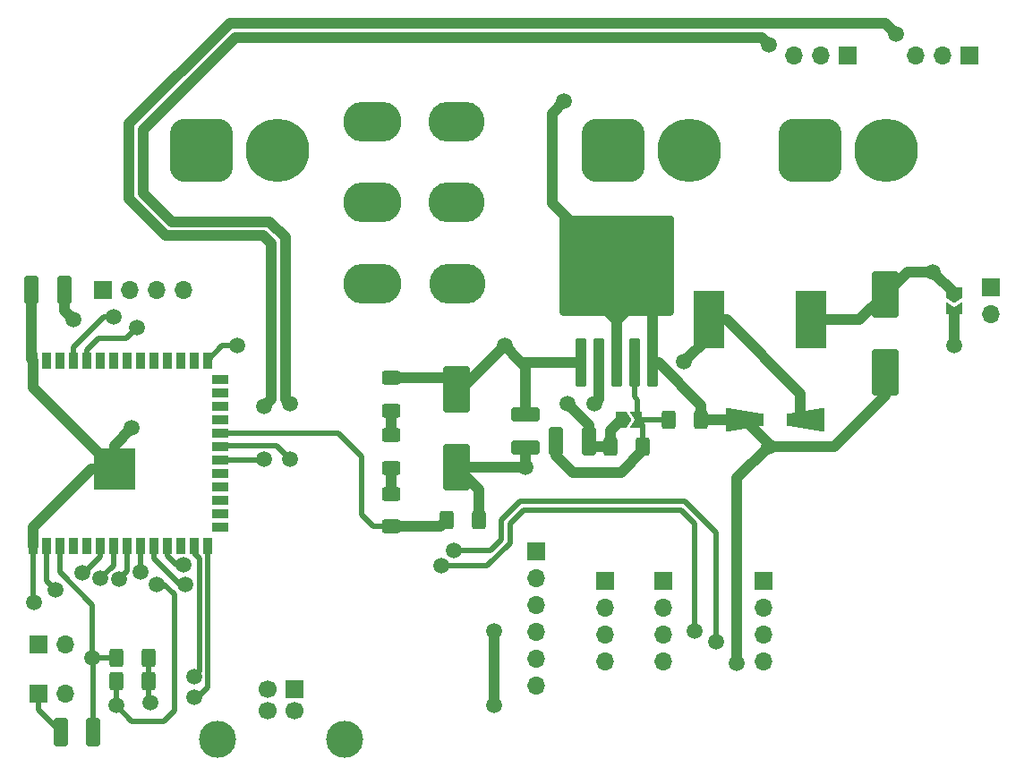
<source format=gbr>
%TF.GenerationSoftware,KiCad,Pcbnew,9.0.2*%
%TF.CreationDate,2025-05-21T10:53:00+02:00*%
%TF.ProjectId,OpenMoverPlatform,4f70656e-4d6f-4766-9572-506c6174666f,rev?*%
%TF.SameCoordinates,Original*%
%TF.FileFunction,Copper,L1,Top*%
%TF.FilePolarity,Positive*%
%FSLAX46Y46*%
G04 Gerber Fmt 4.6, Leading zero omitted, Abs format (unit mm)*
G04 Created by KiCad (PCBNEW 9.0.2) date 2025-05-21 10:53:00*
%MOMM*%
%LPD*%
G01*
G04 APERTURE LIST*
G04 Aperture macros list*
%AMRoundRect*
0 Rectangle with rounded corners*
0 $1 Rounding radius*
0 $2 $3 $4 $5 $6 $7 $8 $9 X,Y pos of 4 corners*
0 Add a 4 corners polygon primitive as box body*
4,1,4,$2,$3,$4,$5,$6,$7,$8,$9,$2,$3,0*
0 Add four circle primitives for the rounded corners*
1,1,$1+$1,$2,$3*
1,1,$1+$1,$4,$5*
1,1,$1+$1,$6,$7*
1,1,$1+$1,$8,$9*
0 Add four rect primitives between the rounded corners*
20,1,$1+$1,$2,$3,$4,$5,0*
20,1,$1+$1,$4,$5,$6,$7,0*
20,1,$1+$1,$6,$7,$8,$9,0*
20,1,$1+$1,$8,$9,$2,$3,0*%
%AMOutline4P*
0 Free polygon, 4 corners , with rotation*
0 The origin of the aperture is its center*
0 number of corners: always 4*
0 $1 to $8 corner X, Y*
0 $9 Rotation angle, in degrees counterclockwise*
0 create outline with 4 corners*
4,1,4,$1,$2,$3,$4,$5,$6,$7,$8,$1,$2,$9*%
%AMFreePoly0*
4,1,6,1.000000,0.000000,0.500000,-0.750000,-0.500000,-0.750000,-0.500000,0.750000,0.500000,0.750000,1.000000,0.000000,1.000000,0.000000,$1*%
%AMFreePoly1*
4,1,6,0.500000,-0.750000,-0.650000,-0.750000,-0.150000,0.000000,-0.650000,0.750000,0.500000,0.750000,0.500000,-0.750000,0.500000,-0.750000,$1*%
G04 Aperture macros list end*
%TA.AperFunction,SMDPad,CuDef*%
%ADD10FreePoly0,0.000000*%
%TD*%
%TA.AperFunction,SMDPad,CuDef*%
%ADD11FreePoly1,0.000000*%
%TD*%
%TA.AperFunction,SMDPad,CuDef*%
%ADD12RoundRect,0.250000X-1.000000X1.950000X-1.000000X-1.950000X1.000000X-1.950000X1.000000X1.950000X0*%
%TD*%
%TA.AperFunction,ComponentPad*%
%ADD13R,1.700000X1.700000*%
%TD*%
%TA.AperFunction,ComponentPad*%
%ADD14O,1.700000X1.700000*%
%TD*%
%TA.AperFunction,SMDPad,CuDef*%
%ADD15RoundRect,0.250000X0.400000X0.625000X-0.400000X0.625000X-0.400000X-0.625000X0.400000X-0.625000X0*%
%TD*%
%TA.AperFunction,SMDPad,CuDef*%
%ADD16R,2.900000X5.400000*%
%TD*%
%TA.AperFunction,ComponentPad*%
%ADD17RoundRect,1.500000X-1.500000X-1.500000X1.500000X-1.500000X1.500000X1.500000X-1.500000X1.500000X0*%
%TD*%
%TA.AperFunction,ComponentPad*%
%ADD18C,6.000000*%
%TD*%
%TA.AperFunction,SMDPad,CuDef*%
%ADD19RoundRect,0.250000X-0.400000X-0.625000X0.400000X-0.625000X0.400000X0.625000X-0.400000X0.625000X0*%
%TD*%
%TA.AperFunction,SMDPad,CuDef*%
%ADD20RoundRect,0.250000X-0.625000X0.400000X-0.625000X-0.400000X0.625000X-0.400000X0.625000X0.400000X0*%
%TD*%
%TA.AperFunction,SMDPad,CuDef*%
%ADD21RoundRect,0.250000X0.412500X1.100000X-0.412500X1.100000X-0.412500X-1.100000X0.412500X-1.100000X0*%
%TD*%
%TA.AperFunction,ComponentPad*%
%ADD22O,5.500000X3.800000*%
%TD*%
%TA.AperFunction,ComponentPad*%
%ADD23O,5.300000X3.800000*%
%TD*%
%TA.AperFunction,ComponentPad*%
%ADD24C,1.700000*%
%TD*%
%TA.AperFunction,ComponentPad*%
%ADD25C,3.500000*%
%TD*%
%TA.AperFunction,SMDPad,CuDef*%
%ADD26RoundRect,0.250000X-1.100000X0.412500X-1.100000X-0.412500X1.100000X-0.412500X1.100000X0.412500X0*%
%TD*%
%TA.AperFunction,SMDPad,CuDef*%
%ADD27RoundRect,0.250000X0.300000X-2.050000X0.300000X2.050000X-0.300000X2.050000X-0.300000X-2.050000X0*%
%TD*%
%TA.AperFunction,SMDPad,CuDef*%
%ADD28RoundRect,0.250000X2.375000X-2.025000X2.375000X2.025000X-2.375000X2.025000X-2.375000X-2.025000X0*%
%TD*%
%TA.AperFunction,SMDPad,CuDef*%
%ADD29RoundRect,0.250002X5.149998X-4.449998X5.149998X4.449998X-5.149998X4.449998X-5.149998X-4.449998X0*%
%TD*%
%TA.AperFunction,SMDPad,CuDef*%
%ADD30Outline4P,-1.800000X-1.150000X1.800000X-0.550000X1.800000X0.550000X-1.800000X1.150000X180.000000*%
%TD*%
%TA.AperFunction,SMDPad,CuDef*%
%ADD31Outline4P,-1.800000X-1.150000X1.800000X-0.550000X1.800000X0.550000X-1.800000X1.150000X0.000000*%
%TD*%
%TA.AperFunction,SMDPad,CuDef*%
%ADD32R,0.900000X1.500000*%
%TD*%
%TA.AperFunction,SMDPad,CuDef*%
%ADD33R,1.500000X0.900000*%
%TD*%
%TA.AperFunction,SMDPad,CuDef*%
%ADD34R,3.900000X3.900000*%
%TD*%
%TA.AperFunction,SMDPad,CuDef*%
%ADD35FreePoly0,270.000000*%
%TD*%
%TA.AperFunction,SMDPad,CuDef*%
%ADD36FreePoly1,270.000000*%
%TD*%
%TA.AperFunction,SMDPad,CuDef*%
%ADD37RoundRect,0.250000X-0.412500X-1.100000X0.412500X-1.100000X0.412500X1.100000X-0.412500X1.100000X0*%
%TD*%
%TA.AperFunction,ViaPad*%
%ADD38C,1.500000*%
%TD*%
%TA.AperFunction,Conductor*%
%ADD39C,1.000000*%
%TD*%
%TA.AperFunction,Conductor*%
%ADD40C,0.500000*%
%TD*%
G04 APERTURE END LIST*
D10*
%TO.P,JP1,1,A*%
%TO.N,Net-(JP1-A)*%
X183550000Y-69500000D03*
D11*
%TO.P,JP1,2,B*%
%TO.N,Net-(JP1-B)*%
X185000000Y-69500000D03*
%TD*%
D12*
%TO.P,C2,1*%
%TO.N,+BATT*%
X168000000Y-66600000D03*
%TO.P,C2,2*%
%TO.N,GND*%
X168000000Y-74000000D03*
%TD*%
D13*
%TO.P,J5,1,Pin_1*%
%TO.N,+3V3*%
X187500000Y-84700000D03*
D14*
%TO.P,J5,2,Pin_2*%
%TO.N,IO7_SDA*%
X187500000Y-87240000D03*
%TO.P,J5,3,Pin_3*%
%TO.N,IO6_SCL*%
X187500000Y-89780000D03*
%TO.P,J5,4,Pin_4*%
%TO.N,GND*%
X187500000Y-92320000D03*
%TD*%
D15*
%TO.P,R8,1*%
%TO.N,+3V3*%
X138850000Y-94250000D03*
%TO.P,R8,2*%
%TO.N,IO0*%
X135750000Y-94250000D03*
%TD*%
D13*
%TO.P,JP4,1,A*%
%TO.N,GND*%
X128460000Y-90750000D03*
D14*
%TO.P,JP4,2,B*%
%TO.N,EN*%
X131000000Y-90750000D03*
%TD*%
D16*
%TO.P,L1,1,1*%
%TO.N,Net-(D1-K)*%
X191800000Y-60000000D03*
%TO.P,L1,2,2*%
%TO.N,Net-(JP1-A)*%
X201500000Y-60000000D03*
%TD*%
D17*
%TO.P,J2,1,Pin_1*%
%TO.N,GND*%
X182800000Y-44000000D03*
D18*
%TO.P,J2,2,Pin_2*%
%TO.N,Net-(J2-Pin_2)*%
X190000000Y-44000000D03*
%TD*%
D19*
%TO.P,R4,1*%
%TO.N,IO14_BatADC*%
X167000000Y-79000000D03*
%TO.P,R4,2*%
%TO.N,GND*%
X170100000Y-79000000D03*
%TD*%
D20*
%TO.P,R1,1*%
%TO.N,+BATT*%
X161750000Y-65500000D03*
%TO.P,R1,2*%
%TO.N,Net-(R1-Pad2)*%
X161750000Y-68600000D03*
%TD*%
D21*
%TO.P,C5,1*%
%TO.N,EN*%
X133625000Y-99000000D03*
%TO.P,C5,2*%
%TO.N,GND*%
X130500000Y-99000000D03*
%TD*%
D13*
%TO.P,J7,1,Pin_1*%
%TO.N,unconnected-(J7-Pin_1-Pad1)*%
X205000000Y-35000000D03*
D14*
%TO.P,J7,2,Pin_2*%
%TO.N,GND*%
X202460000Y-35000000D03*
%TO.P,J7,3,Pin_3*%
%TO.N,IO13_PWM2*%
X199920000Y-35000000D03*
%TD*%
D13*
%TO.P,J6,1,Pin_1*%
%TO.N,unconnected-(J6-Pin_1-Pad1)*%
X216500000Y-35000000D03*
D14*
%TO.P,J6,2,Pin_2*%
%TO.N,GND*%
X213960000Y-35000000D03*
%TO.P,J6,3,Pin_3*%
%TO.N,IO12_PWM1*%
X211420000Y-35000000D03*
%TD*%
D22*
%TO.P,F1,1*%
%TO.N,Net-(J1-Pin_2)*%
X160000000Y-48900000D03*
D23*
%TO.P,F1,2*%
%TO.N,Net-(J3-Pin_2)*%
X168000000Y-48900000D03*
%TD*%
D22*
%TO.P,F3,1*%
%TO.N,Net-(J1-Pin_2)*%
X160040000Y-56600000D03*
D23*
%TO.P,F3,2*%
%TO.N,+BATT*%
X168040000Y-56600000D03*
%TD*%
D12*
%TO.P,C1,1*%
%TO.N,Net-(JP1-A)*%
X208500000Y-57600000D03*
%TO.P,C1,2*%
%TO.N,GND*%
X208500000Y-65000000D03*
%TD*%
D13*
%TO.P,J11,1,VBUS*%
%TO.N,unconnected-(J11-VBUS-Pad1)*%
X152600000Y-94975000D03*
D24*
%TO.P,J11,2,D-*%
%TO.N,IO19_D-*%
X150100000Y-94975000D03*
%TO.P,J11,3,D+*%
%TO.N,IO20_D+*%
X150100000Y-96975000D03*
%TO.P,J11,4,GND*%
%TO.N,GND*%
X152600000Y-96975000D03*
D25*
%TO.P,J11,5,Shield*%
X157370000Y-99685000D03*
X145330000Y-99685000D03*
%TD*%
D26*
%TO.P,C3,1*%
%TO.N,+BATT*%
X174500000Y-69000000D03*
%TO.P,C3,2*%
%TO.N,GND*%
X174500000Y-72125000D03*
%TD*%
D27*
%TO.P,U2,1,VIN*%
%TO.N,+BATT*%
X179720000Y-64060000D03*
%TO.P,U2,2,OUT*%
%TO.N,Net-(D1-K)*%
X181420000Y-64060000D03*
%TO.P,U2,3,GND*%
%TO.N,GND*%
X183120000Y-64060000D03*
D28*
X180345000Y-57335000D03*
X185895000Y-57335000D03*
D29*
X183120000Y-54910000D03*
D28*
X180345000Y-52485000D03*
X185895000Y-52485000D03*
D27*
%TO.P,U2,4,FB*%
%TO.N,Net-(JP1-B)*%
X184820000Y-64060000D03*
%TO.P,U2,5,~{ON}/OFF*%
%TO.N,GND*%
X186520000Y-64060000D03*
%TD*%
D13*
%TO.P,JP5,1,A*%
%TO.N,GND*%
X128460000Y-95400000D03*
D14*
%TO.P,JP5,2,B*%
%TO.N,IO0*%
X131000000Y-95400000D03*
%TD*%
D13*
%TO.P,J8,1,Pin_1*%
%TO.N,+3V3*%
X182000000Y-84700000D03*
D14*
%TO.P,J8,2,Pin_2*%
%TO.N,IO7_SDA*%
X182000000Y-87240000D03*
%TO.P,J8,3,Pin_3*%
%TO.N,IO6_SCL*%
X182000000Y-89780000D03*
%TO.P,J8,4,Pin_4*%
%TO.N,GND*%
X182000000Y-92320000D03*
%TD*%
D15*
%TO.P,R5,1*%
%TO.N,Net-(JP1-B)*%
X185600000Y-72000000D03*
%TO.P,R5,2*%
%TO.N,Net-(JP1-A)*%
X182500000Y-72000000D03*
%TD*%
D20*
%TO.P,R3,1*%
%TO.N,Net-(R2-Pad2)*%
X161750000Y-76500000D03*
%TO.P,R3,2*%
%TO.N,IO14_BatADC*%
X161750000Y-79600000D03*
%TD*%
D17*
%TO.P,J1,1,Pin_1*%
%TO.N,GND*%
X143800000Y-44000000D03*
D18*
%TO.P,J1,2,Pin_2*%
%TO.N,Net-(J1-Pin_2)*%
X151000000Y-44000000D03*
%TD*%
D13*
%TO.P,J4,1,Pin_1*%
%TO.N,GND*%
X175500000Y-81920000D03*
D14*
%TO.P,J4,2,Pin_2*%
%TO.N,IO16_RXGPS*%
X175500000Y-84460000D03*
%TO.P,J4,3,Pin_3*%
%TO.N,IO15_TXGPS*%
X175500000Y-87000000D03*
%TO.P,J4,4,Pin_4*%
%TO.N,+3V3*%
X175500000Y-89540000D03*
%TO.P,J4,5,Pin_5*%
%TO.N,IO7_SDA*%
X175500000Y-92080000D03*
%TO.P,J4,6,Pin_6*%
%TO.N,IO6_SCL*%
X175500000Y-94620000D03*
%TD*%
D13*
%TO.P,J10,1,Pin_1*%
%TO.N,+3V3*%
X134500000Y-57250000D03*
D14*
%TO.P,J10,2,Pin_2*%
%TO.N,TX0*%
X137040000Y-57250000D03*
%TO.P,J10,3,Pin_3*%
%TO.N,RX0*%
X139580000Y-57250000D03*
%TO.P,J10,4,Pin_4*%
%TO.N,GND*%
X142120000Y-57250000D03*
%TD*%
D21*
%TO.P,C6,1*%
%TO.N,+3V3*%
X130875000Y-57250000D03*
%TO.P,C6,2*%
%TO.N,GND*%
X127750000Y-57250000D03*
%TD*%
D13*
%TO.P,J9,1,Pin_1*%
%TO.N,+3V3*%
X197000000Y-84740000D03*
D14*
%TO.P,J9,2,Pin_2*%
%TO.N,IO17_TXMOD*%
X197000000Y-87280000D03*
%TO.P,J9,3,Pin_3*%
%TO.N,IO18_RXMOD*%
X197000000Y-89820000D03*
%TO.P,J9,4,Pin_4*%
%TO.N,GND*%
X197000000Y-92360000D03*
%TD*%
D20*
%TO.P,R2,1*%
%TO.N,Net-(R1-Pad2)*%
X161750000Y-70950000D03*
%TO.P,R2,2*%
%TO.N,Net-(R2-Pad2)*%
X161750000Y-74050000D03*
%TD*%
D30*
%TO.P,D1,1,K*%
%TO.N,Net-(D1-K)*%
X201000000Y-69500000D03*
D31*
%TO.P,D1,2,A*%
%TO.N,GND*%
X195200000Y-69500000D03*
%TD*%
D32*
%TO.P,U1,1,GND*%
%TO.N,GND*%
X127880000Y-81400000D03*
%TO.P,U1,2,3V3*%
%TO.N,+3V3*%
X129150000Y-81400000D03*
%TO.P,U1,3,EN*%
%TO.N,EN*%
X130420000Y-81400000D03*
%TO.P,U1,4,IO4*%
%TO.N,unconnected-(U1-IO4-Pad4)*%
X131690000Y-81400000D03*
%TO.P,U1,5,IO5*%
%TO.N,unconnected-(U1-IO5-Pad5)*%
X132960000Y-81400000D03*
%TO.P,U1,6,IO6*%
%TO.N,IO6_SCL*%
X134230000Y-81400000D03*
%TO.P,U1,7,IO7*%
%TO.N,IO7_SDA*%
X135500000Y-81400000D03*
%TO.P,U1,8,IO15*%
%TO.N,IO15_TXGPS*%
X136770000Y-81400000D03*
%TO.P,U1,9,IO16*%
%TO.N,IO16_RXGPS*%
X138040000Y-81400000D03*
%TO.P,U1,10,IO17*%
%TO.N,IO17_TXMOD*%
X139310000Y-81400000D03*
%TO.P,U1,11,IO18*%
%TO.N,IO18_RXMOD*%
X140580000Y-81400000D03*
%TO.P,U1,12,IO8*%
%TO.N,unconnected-(U1-IO8-Pad12)*%
X141850000Y-81400000D03*
%TO.P,U1,13,IO19*%
%TO.N,IO19_D-*%
X143120000Y-81400000D03*
%TO.P,U1,14,IO20*%
%TO.N,IO20_D+*%
X144390000Y-81400000D03*
D33*
%TO.P,U1,15,IO3*%
%TO.N,unconnected-(U1-IO3-Pad15)*%
X145640000Y-79635000D03*
%TO.P,U1,16,IO46*%
%TO.N,unconnected-(U1-IO46-Pad16)*%
X145640000Y-78365000D03*
%TO.P,U1,17,IO9*%
%TO.N,unconnected-(U1-IO9-Pad17)*%
X145640000Y-77095000D03*
%TO.P,U1,18,IO10*%
%TO.N,unconnected-(U1-IO10-Pad18)*%
X145640000Y-75825000D03*
%TO.P,U1,19,IO11*%
%TO.N,unconnected-(U1-IO11-Pad19)*%
X145640000Y-74555000D03*
%TO.P,U1,20,IO12*%
%TO.N,IO12_PWM1*%
X145640000Y-73285000D03*
%TO.P,U1,21,IO13*%
%TO.N,IO13_PWM2*%
X145640000Y-72015000D03*
%TO.P,U1,22,IO14*%
%TO.N,IO14_BatADC*%
X145640000Y-70745000D03*
%TO.P,U1,23,IO21*%
%TO.N,unconnected-(U1-IO21-Pad23)*%
X145640000Y-69475000D03*
%TO.P,U1,24,IO47*%
%TO.N,unconnected-(U1-IO47-Pad24)*%
X145640000Y-68205000D03*
%TO.P,U1,25,IO48*%
%TO.N,unconnected-(U1-IO48-Pad25)*%
X145640000Y-66935000D03*
%TO.P,U1,26,IO45*%
%TO.N,unconnected-(U1-IO45-Pad26)*%
X145640000Y-65665000D03*
D32*
%TO.P,U1,27,IO0*%
%TO.N,IO0*%
X144390000Y-63900000D03*
%TO.P,U1,28,IO35*%
%TO.N,unconnected-(U1-IO35-Pad28)*%
X143120000Y-63900000D03*
%TO.P,U1,29,IO36*%
%TO.N,unconnected-(U1-IO36-Pad29)*%
X141850000Y-63900000D03*
%TO.P,U1,30,IO37*%
%TO.N,unconnected-(U1-IO37-Pad30)*%
X140580000Y-63900000D03*
%TO.P,U1,31,IO38*%
%TO.N,unconnected-(U1-IO38-Pad31)*%
X139310000Y-63900000D03*
%TO.P,U1,32,IO39*%
%TO.N,unconnected-(U1-IO39-Pad32)*%
X138040000Y-63900000D03*
%TO.P,U1,33,IO40*%
%TO.N,unconnected-(U1-IO40-Pad33)*%
X136770000Y-63900000D03*
%TO.P,U1,34,IO41*%
%TO.N,unconnected-(U1-IO41-Pad34)*%
X135500000Y-63900000D03*
%TO.P,U1,35,IO42*%
%TO.N,unconnected-(U1-IO42-Pad35)*%
X134230000Y-63900000D03*
%TO.P,U1,36,RXD0*%
%TO.N,RX0*%
X132960000Y-63900000D03*
%TO.P,U1,37,TXD0*%
%TO.N,TX0*%
X131690000Y-63900000D03*
%TO.P,U1,38,IO2*%
%TO.N,unconnected-(U1-IO2-Pad38)*%
X130420000Y-63900000D03*
%TO.P,U1,39,IO1*%
%TO.N,unconnected-(U1-IO1-Pad39)*%
X129150000Y-63900000D03*
%TO.P,U1,40,GND*%
%TO.N,GND*%
X127880000Y-63900000D03*
D34*
%TO.P,U1,41,GND*%
X135600000Y-74150000D03*
%TD*%
D13*
%TO.P,JP3,1,A*%
%TO.N,Net-(JP1-A)*%
X218500000Y-56960000D03*
D14*
%TO.P,JP3,2,B*%
%TO.N,+3V3*%
X218500000Y-59500000D03*
%TD*%
D22*
%TO.P,F2,1*%
%TO.N,Net-(J1-Pin_2)*%
X160000000Y-41300000D03*
D23*
%TO.P,F2,2*%
%TO.N,Net-(J2-Pin_2)*%
X168000000Y-41300000D03*
%TD*%
D35*
%TO.P,JP2,1,A*%
%TO.N,Net-(JP1-A)*%
X215000000Y-57500000D03*
D36*
%TO.P,JP2,2,B*%
%TO.N,+3V3*%
X215000000Y-58950000D03*
%TD*%
D17*
%TO.P,J3,1,Pin_1*%
%TO.N,GND*%
X201400000Y-44000000D03*
D18*
%TO.P,J3,2,Pin_2*%
%TO.N,Net-(J3-Pin_2)*%
X208600000Y-44000000D03*
%TD*%
D15*
%TO.P,R7,1*%
%TO.N,+3V3*%
X138850000Y-92000000D03*
%TO.P,R7,2*%
%TO.N,EN*%
X135750000Y-92000000D03*
%TD*%
D37*
%TO.P,C4,1*%
%TO.N,Net-(JP1-B)*%
X177375000Y-71500000D03*
%TO.P,C4,2*%
%TO.N,Net-(JP1-A)*%
X180500000Y-71500000D03*
%TD*%
D15*
%TO.P,R6,1*%
%TO.N,GND*%
X191100000Y-69500000D03*
%TO.P,R6,2*%
%TO.N,Net-(JP1-B)*%
X188000000Y-69500000D03*
%TD*%
D38*
%TO.N,GND*%
X178150000Y-39350000D03*
X197500000Y-72000000D03*
X137250000Y-70250000D03*
X174500000Y-74000000D03*
X128000000Y-86750000D03*
X194500000Y-92500000D03*
%TO.N,+BATT*%
X172500000Y-62500000D03*
%TO.N,Net-(JP1-A)*%
X213000000Y-55500000D03*
X178500000Y-68000000D03*
%TO.N,+3V3*%
X131750000Y-60000000D03*
X171500000Y-89500000D03*
X171500000Y-96500000D03*
X215000000Y-62500000D03*
X139000000Y-96250000D03*
X130000000Y-85592537D03*
%TO.N,IO16_RXGPS*%
X138069764Y-83843298D03*
%TO.N,IO12_PWM1*%
X149750000Y-68250000D03*
X209500000Y-33000000D03*
X149750000Y-73250000D03*
%TO.N,IO13_PWM2*%
X197500000Y-34000000D03*
X152250000Y-68000000D03*
X152250000Y-73250000D03*
%TO.N,Net-(D1-K)*%
X189500000Y-64000000D03*
X181000000Y-68000000D03*
%TO.N,EN*%
X133500000Y-92000000D03*
%TO.N,TX0*%
X135500000Y-59750000D03*
%TO.N,RX0*%
X137750000Y-60750000D03*
%TO.N,IO0*%
X135750000Y-96500000D03*
X147250000Y-62500000D03*
X139619764Y-85025591D03*
%TO.N,IO15_TXGPS*%
X136069241Y-84519238D03*
%TO.N,IO17_TXMOD*%
X166525000Y-83300000D03*
X190500000Y-89500000D03*
X142315296Y-85050000D03*
%TO.N,IO18_RXMOD*%
X167675000Y-81850000D03*
X192500000Y-90500000D03*
X142155692Y-83200000D03*
%TO.N,IO6_SCL*%
X132532897Y-83960031D03*
%TO.N,IO7_SDA*%
X134250000Y-84500000D03*
%TO.N,IO20_D+*%
X143150000Y-95775000D03*
%TO.N,IO19_D-*%
X143150000Y-93750000D03*
%TD*%
D39*
%TO.N,GND*%
X170100000Y-79000000D02*
X170100000Y-76100000D01*
X194500000Y-75000000D02*
X197500000Y-72000000D01*
X183120000Y-64060000D02*
X183120000Y-60110000D01*
X197500000Y-71800000D02*
X195200000Y-69500000D01*
X177000000Y-49000000D02*
X180345000Y-52345000D01*
X168000000Y-74000000D02*
X174500000Y-74000000D01*
X135600000Y-74150000D02*
X133380000Y-74150000D01*
X208500000Y-67200000D02*
X203700000Y-72000000D01*
X177000000Y-40500000D02*
X177000000Y-49000000D01*
X194500000Y-92500000D02*
X194500000Y-75000000D01*
X133380000Y-74150000D02*
X127880000Y-79650000D01*
D40*
X128460000Y-95400000D02*
X128460000Y-96960000D01*
X128000000Y-86750000D02*
X127880000Y-86630000D01*
X127880000Y-86630000D02*
X127880000Y-81400000D01*
D39*
X186520000Y-57960000D02*
X185895000Y-57335000D01*
X186520000Y-64060000D02*
X186520000Y-57960000D01*
X178150000Y-39350000D02*
X177000000Y-40500000D01*
X195200000Y-69500000D02*
X191100000Y-69500000D01*
X208500000Y-65000000D02*
X208500000Y-67200000D01*
X203700000Y-72000000D02*
X197700000Y-72000000D01*
X197500000Y-72000000D02*
X197500000Y-71800000D01*
X135600000Y-71900000D02*
X137250000Y-70250000D01*
X127880000Y-79650000D02*
X127880000Y-81400000D01*
X135600000Y-74150000D02*
X135600000Y-71900000D01*
X127880000Y-66430000D02*
X127880000Y-63900000D01*
X197700000Y-72000000D02*
X197700000Y-72000000D01*
X170000000Y-79100000D02*
X170100000Y-79000000D01*
X180345000Y-52345000D02*
X180345000Y-52485000D01*
X186520000Y-64060000D02*
X187060000Y-64060000D01*
X127750000Y-57250000D02*
X127750000Y-63770000D01*
X127750000Y-63770000D02*
X127880000Y-63900000D01*
X170100000Y-76100000D02*
X168000000Y-74000000D01*
X183120000Y-60110000D02*
X185895000Y-57335000D01*
X187060000Y-64060000D02*
X191100000Y-68100000D01*
X183120000Y-60110000D02*
X180345000Y-57335000D01*
X191100000Y-68100000D02*
X191100000Y-69500000D01*
X135600000Y-74150000D02*
X127880000Y-66430000D01*
D40*
X128460000Y-96960000D02*
X130500000Y-99000000D01*
D39*
X197700000Y-72000000D02*
X197500000Y-72000000D01*
X174500000Y-72125000D02*
X174500000Y-74000000D01*
%TO.N,+BATT*%
X174000000Y-64000000D02*
X172500000Y-62500000D01*
X174500000Y-64500000D02*
X174060000Y-64060000D01*
X174500000Y-69000000D02*
X174500000Y-64500000D01*
X168400000Y-66600000D02*
X172500000Y-62500000D01*
X166900000Y-65500000D02*
X168000000Y-66600000D01*
X179720000Y-64060000D02*
X174060000Y-64060000D01*
X174060000Y-64060000D02*
X174000000Y-64000000D01*
X161750000Y-65500000D02*
X166900000Y-65500000D01*
X168000000Y-66600000D02*
X168400000Y-66600000D01*
%TO.N,Net-(JP1-A)*%
X206100000Y-60000000D02*
X208500000Y-57600000D01*
X182500000Y-72000000D02*
X182500000Y-70545000D01*
X210600000Y-55500000D02*
X213000000Y-55500000D01*
X182500000Y-72000000D02*
X181000000Y-72000000D01*
X180500000Y-70000000D02*
X178500000Y-68000000D01*
X201500000Y-60000000D02*
X206100000Y-60000000D01*
X182500000Y-70545000D02*
X183545000Y-69500000D01*
X181000000Y-72000000D02*
X180500000Y-71500000D01*
X180500000Y-71500000D02*
X180500000Y-70000000D01*
X213000000Y-55500000D02*
X215000000Y-57500000D01*
X208500000Y-57600000D02*
X210600000Y-55500000D01*
D40*
%TO.N,Net-(JP1-B)*%
X185104903Y-67604903D02*
X185104903Y-69500000D01*
D39*
X177375000Y-72875000D02*
X179000000Y-74500000D01*
D40*
X184820000Y-67320000D02*
X185104903Y-67604903D01*
D39*
X183500000Y-74500000D02*
X185600000Y-72400000D01*
D40*
X184820000Y-64060000D02*
X184820000Y-67320000D01*
X188000000Y-69500000D02*
X185104903Y-69500000D01*
X185600000Y-69995097D02*
X185104903Y-69500000D01*
D39*
X177375000Y-71500000D02*
X177375000Y-72875000D01*
D40*
X185600000Y-72000000D02*
X185600000Y-69995097D01*
D39*
X179000000Y-74500000D02*
X183500000Y-74500000D01*
X185600000Y-72400000D02*
X185600000Y-72000000D01*
D40*
%TO.N,+3V3*%
X138850000Y-92000000D02*
X138850000Y-94250000D01*
D39*
X130875000Y-57250000D02*
X130875000Y-59125000D01*
X215000000Y-62500000D02*
X215000000Y-59304903D01*
X130875000Y-59125000D02*
X131750000Y-60000000D01*
X171500000Y-89500000D02*
X171500000Y-96500000D01*
D40*
X138850000Y-94250000D02*
X138850000Y-96100000D01*
D39*
X175460000Y-89500000D02*
X175500000Y-89540000D01*
D40*
X130000000Y-85592537D02*
X129150000Y-84742537D01*
X138850000Y-96100000D02*
X139000000Y-96250000D01*
X129150000Y-84742537D02*
X129150000Y-81400000D01*
%TO.N,IO16_RXGPS*%
X138069764Y-83843298D02*
X138070000Y-83843062D01*
X138070000Y-83843062D02*
X138070000Y-81430000D01*
X138070000Y-81430000D02*
X138040000Y-81400000D01*
D39*
%TO.N,IO12_PWM1*%
X149711522Y-52050000D02*
X150450000Y-52788478D01*
X209500000Y-33000000D02*
X208500000Y-32000000D01*
X150450000Y-67550000D02*
X149750000Y-68250000D01*
X140461522Y-52050000D02*
X149711522Y-52050000D01*
D40*
X145640000Y-73285000D02*
X149715000Y-73285000D01*
D39*
X137000000Y-48588478D02*
X140461522Y-52050000D01*
X208500000Y-32000000D02*
X146500000Y-32000000D01*
X150450000Y-52788478D02*
X150450000Y-67550000D01*
X137000000Y-41500000D02*
X137000000Y-48588478D01*
X146500000Y-32000000D02*
X137000000Y-41500000D01*
D40*
X149715000Y-73285000D02*
X149750000Y-73250000D01*
D39*
%TO.N,IO13_PWM2*%
X147038478Y-33300000D02*
X138300000Y-42038478D01*
X196800000Y-33300000D02*
X147038478Y-33300000D01*
X150250000Y-50750000D02*
X151750000Y-52250000D01*
D40*
X152250000Y-73250000D02*
X150950000Y-71950000D01*
D39*
X151750000Y-67500000D02*
X152250000Y-68000000D01*
D40*
X145705000Y-71950000D02*
X145640000Y-72015000D01*
D39*
X138300000Y-48050000D02*
X141000000Y-50750000D01*
X138300000Y-42038478D02*
X138300000Y-48050000D01*
X141000000Y-50750000D02*
X150250000Y-50750000D01*
X197500000Y-34000000D02*
X196800000Y-33300000D01*
X151750000Y-52250000D02*
X151750000Y-67500000D01*
D40*
X150950000Y-71950000D02*
X145705000Y-71950000D01*
D39*
%TO.N,Net-(R1-Pad2)*%
X161750000Y-68600000D02*
X161750000Y-70950000D01*
%TO.N,Net-(R2-Pad2)*%
X161750000Y-76500000D02*
X161750000Y-74050000D01*
D40*
%TO.N,IO14_BatADC*%
X159000000Y-73000000D02*
X156750000Y-70750000D01*
D39*
X161750000Y-79600000D02*
X166400000Y-79600000D01*
D40*
X156750000Y-70750000D02*
X148510000Y-70750000D01*
X148510000Y-70750000D02*
X148505000Y-70745000D01*
D39*
X166400000Y-79600000D02*
X167000000Y-79000000D01*
D40*
X161750000Y-79600000D02*
X160100000Y-79600000D01*
X160100000Y-79600000D02*
X159000000Y-78500000D01*
X159000000Y-78500000D02*
X159000000Y-73000000D01*
X148505000Y-70745000D02*
X145640000Y-70745000D01*
D39*
%TO.N,Net-(D1-K)*%
X201000000Y-69500000D02*
X200500000Y-69000000D01*
X181420000Y-64060000D02*
X181420000Y-67580000D01*
X193500000Y-60000000D02*
X191800000Y-60000000D01*
X181420000Y-67580000D02*
X181000000Y-68000000D01*
X191800000Y-60000000D02*
X191800000Y-61700000D01*
X191800000Y-61700000D02*
X189500000Y-64000000D01*
X200500000Y-67000000D02*
X193500000Y-60000000D01*
X200500000Y-69000000D02*
X200500000Y-67000000D01*
X181400000Y-64080000D02*
X181420000Y-64060000D01*
D40*
%TO.N,EN*%
X133500000Y-87000000D02*
X130420000Y-83920000D01*
X133500000Y-92000000D02*
X133500000Y-87000000D01*
X133625000Y-99000000D02*
X133625000Y-92125000D01*
X135750000Y-92000000D02*
X133500000Y-92000000D01*
X133625000Y-92125000D02*
X133500000Y-92000000D01*
X130420000Y-83920000D02*
X130420000Y-81400000D01*
%TO.N,TX0*%
X131690000Y-63900000D02*
X131690000Y-62650000D01*
X131690000Y-62650000D02*
X134590000Y-59750000D01*
X134590000Y-59750000D02*
X135500000Y-59750000D01*
%TO.N,RX0*%
X136750000Y-61750000D02*
X137750000Y-60750000D01*
X132960000Y-62870000D02*
X134080000Y-61750000D01*
X134080000Y-61750000D02*
X136750000Y-61750000D01*
X132960000Y-63900000D02*
X132960000Y-62870000D01*
%TO.N,IO0*%
X145790000Y-62500000D02*
X144390000Y-63900000D01*
X147250000Y-62500000D02*
X145790000Y-62500000D01*
X141250000Y-85971265D02*
X141250000Y-97000000D01*
X137250000Y-98000000D02*
X135750000Y-96500000D01*
X139619764Y-85025591D02*
X140304326Y-85025591D01*
X135750000Y-96500000D02*
X135750000Y-94250000D01*
X140304326Y-85025591D02*
X141250000Y-85971265D01*
X141250000Y-97000000D02*
X140250000Y-98000000D01*
X140250000Y-98000000D02*
X137250000Y-98000000D01*
%TO.N,IO15_TXGPS*%
X136770000Y-83818479D02*
X136770000Y-81400000D01*
X136069241Y-84519238D02*
X136770000Y-83818479D01*
%TO.N,IO17_TXMOD*%
X170832786Y-83300000D02*
X166525000Y-83300000D01*
X173001000Y-81131786D02*
X170832786Y-83300000D01*
X189206692Y-78001000D02*
X174293308Y-78001000D01*
X173001000Y-79293308D02*
X173001000Y-81131786D01*
X141767032Y-85050000D02*
X139310000Y-82592968D01*
X190500000Y-89500000D02*
X190500000Y-79294308D01*
X190500000Y-79294308D02*
X189206692Y-78001000D01*
X139310000Y-82592968D02*
X139310000Y-81400000D01*
X174293308Y-78001000D02*
X173001000Y-79293308D01*
X142315296Y-85050000D02*
X141767032Y-85050000D01*
%TO.N,IO18_RXMOD*%
X141450000Y-83200000D02*
X140580000Y-82330000D01*
X192500000Y-80161522D02*
X189538478Y-77200000D01*
X173961522Y-77200000D02*
X172200000Y-78961522D01*
X140580000Y-82330000D02*
X140580000Y-81400000D01*
X142155692Y-83200000D02*
X141450000Y-83200000D01*
X172200000Y-80800000D02*
X171150000Y-81850000D01*
X171150000Y-81850000D02*
X167675000Y-81850000D01*
X172200000Y-78961522D02*
X172200000Y-80800000D01*
X189538478Y-77200000D02*
X173961522Y-77200000D01*
X192500000Y-90500000D02*
X192500000Y-80161522D01*
%TO.N,IO6_SCL*%
X132699969Y-83960031D02*
X134230000Y-82430000D01*
X132532897Y-83960031D02*
X132699969Y-83960031D01*
X134230000Y-82430000D02*
X134230000Y-81400000D01*
%TO.N,IO7_SDA*%
X134250000Y-84500000D02*
X135500000Y-83250000D01*
X135500000Y-83250000D02*
X135500000Y-81400000D01*
%TO.N,IO20_D+*%
X144450000Y-81460000D02*
X144390000Y-81400000D01*
X143450000Y-95775000D02*
X144450000Y-94775000D01*
X143150000Y-95775000D02*
X143450000Y-95775000D01*
X144450000Y-94775000D02*
X144450000Y-81460000D01*
%TO.N,IO19_D-*%
X143120000Y-81400000D02*
X143120000Y-82120000D01*
X143649000Y-93251000D02*
X143150000Y-93750000D01*
X143120000Y-82120000D02*
X143649000Y-82649000D01*
X143649000Y-82649000D02*
X143649000Y-93251000D01*
%TD*%
M02*

</source>
